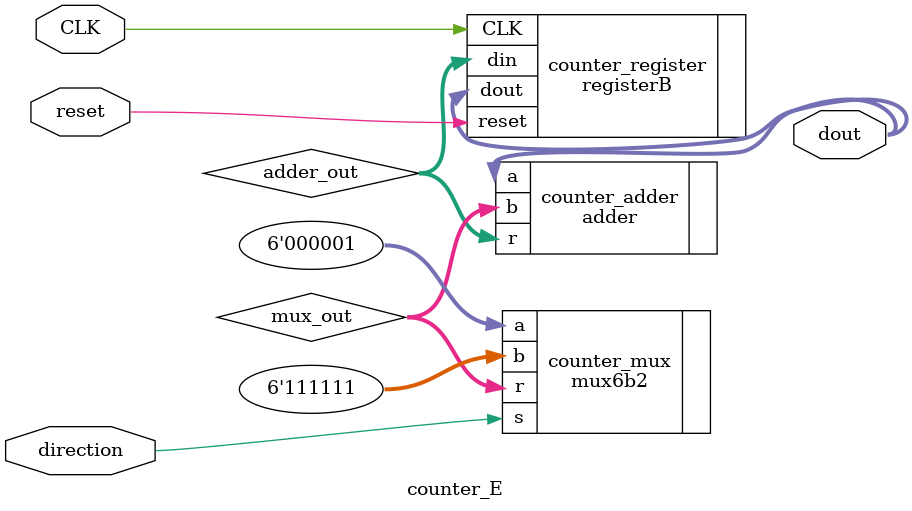
<source format=v>
`timescale 1ns / 1ps
module counter_E(
    input direction,
	 input reset,
    input CLK,
    output [5:0] dout
    );
	 
wire [5:0] adder_out;
wire [5:0] mux_out;

adder counter_adder (
    .a(dout), 
    .b(mux_out),
	 .r(adder_out)
    );
	 
mux6b2 counter_mux (
    .a(6'b000001), 
    .b(6'b111111), 
    .s(direction), 
    .r(mux_out)
    );

registerB counter_register (
    .din(adder_out),
	 .reset(reset),
    .dout(dout), 
    .CLK(CLK)
    );


endmodule

</source>
